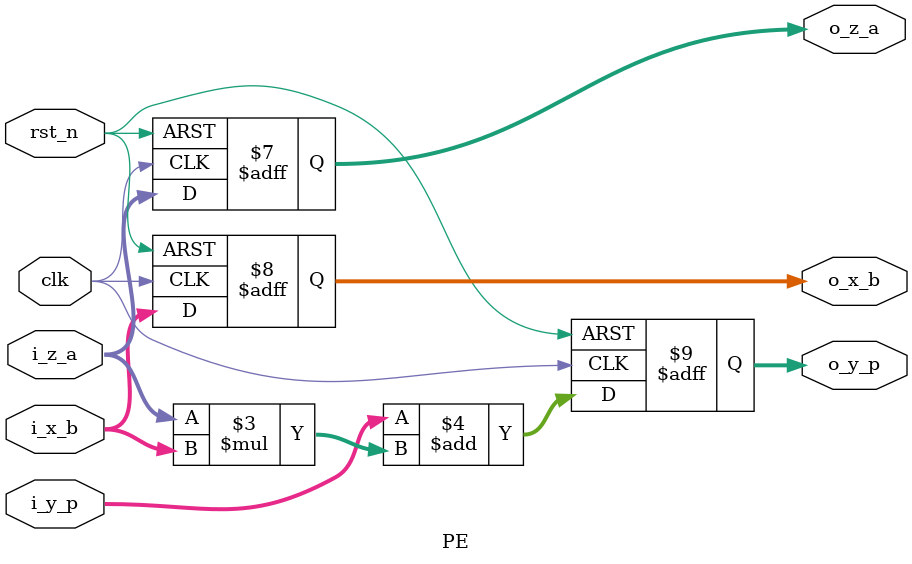
<source format=v>
`timescale 1ns / 1ps

module PE #
(
    parameter WIDTH = 8,
    parameter ACC_WIDTH = 24
)
(
    input   wire                                rst_n,
    input   wire                                clk,
    input   wire  signed  [WIDTH-1    :0]       i_z_a,
    input   wire  signed  [WIDTH-1    :0]       i_x_b,
    input   wire  signed  [ACC_WIDTH-1    :0]   i_y_p,

    output  reg   signed  [WIDTH-1    :0]       o_z_a,
    output  reg   signed  [WIDTH-1    :0]       o_x_b,
    output  reg   signed  [ACC_WIDTH-1  :0]     o_y_p
);

always @(posedge clk or negedge rst_n) begin
    if(!rst_n) begin
        o_y_p <= 0;
    end
    else begin
        o_y_p <= i_y_p + i_z_a*i_x_b; 
    end
end
always @(posedge clk or negedge rst_n) begin
    if(!rst_n) begin
        o_z_a <= 0;
        o_x_b <= 0;
    end
    else begin
        o_z_a <= i_z_a; 
        o_x_b <= i_x_b; 
    end
end

endmodule

</source>
